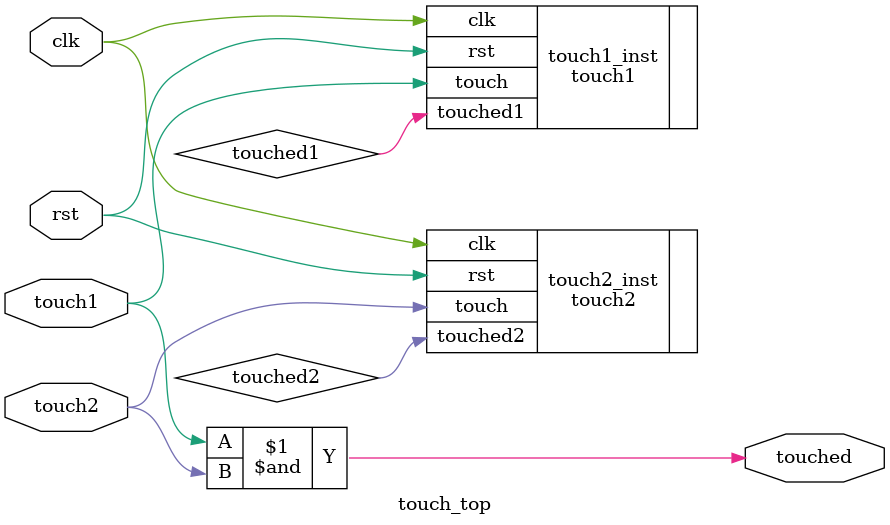
<source format=v>
module touch_top (
    input wire clk,
    input wire rst,
    input wire touch1,
    input wire touch2,
    output wire touched
);
    assign touched = touch1 & touch2;

    wire touched1, touched2;
    touch1 touch1_inst (
        .clk(clk),
        .rst(rst),
        .touch(touch1),
        .touched1(touched1)
    );

    touch2 touch2_inst (
        .clk(clk),
        .rst(rst),
        .touch(touch2),
        .touched2(touched2)
);
    
endmodule
</source>
